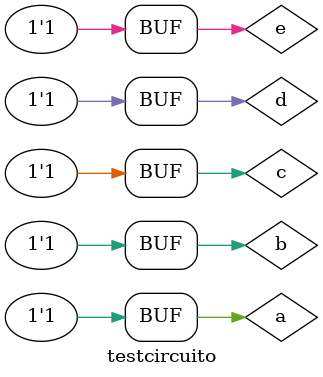
<source format=v>
module circuito (f, a, b, c, d, e);
 output f;
 input a, b, c, d, e;
 wire s0, s1, s2, s3, s4, s5, s6, s7, s8, s9, s10, s11;
 
 not NOT1 (s0, a);
 not NOT2 (s1, b);
 not NOT3 (s2, c);
 not NOT4 (s3, d);
 not NOT5 (s4, e);
 and AND1 (s5, a, s1, s2, d, s4);
 and AND2 (s6, a, b, d, e);
 and AND3 (s7, s0, s2, s3);
 and AND4 (s8, s1, s3, e);
 and AND5 (s9, s1, c, s3);
 and AND6 (s10, b, c, d);
 and AND7 (s11, c, e);
 or OR1 (f, s5, s6, s7, s8, s9, s10, s11);
 
endmodule

module testcircuito;
 reg a, b, c, d, e;
 wire f;
 
 circuito CIRC1 (f, a, b, c, d, e);
 
 initial begin
      $display("Exemplo 03 - Braulio Lima e Andrade - 380749");
      $display("Test Circuito Logico para Funcao com Quine-McCluskey");
      $display("\n a  b  c  d  e =  f");
		$monitor(" %b  %b  %b  %b  %b =  %b", a, b, c, d, e, f);
	#1 a=0; b=0; c=0; d=0; e=0;
	#1 a=0; b=0; c=0; d=0; e=1;
	#1 a=0; b=0; c=0; d=1; e=0;
	#1 a=0; b=0; c=0; d=1; e=1;
	#1 a=0; b=0; c=1; d=0; e=0;
	#1 a=0; b=0; c=1; d=0; e=1;
	#1 a=0; b=0; c=1; d=1; e=0;
	#1 a=0; b=0; c=1; d=1; e=1;
	#1 a=0; b=1; c=0; d=0; e=0;
	#1 a=0; b=1; c=0; d=0; e=1;
	#1 a=0; b=1; c=0; d=1; e=0;
	#1 a=0; b=1; c=0; d=1; e=1;
	#1 a=0; b=1; c=1; d=0; e=0;
	#1 a=0; b=1; c=1; d=0; e=1;
	#1 a=0; b=1; c=1; d=1; e=0;
	#1 a=0; b=1; c=1; d=1; e=1;
	#1 a=1; b=0; c=0; d=0; e=0;
	#1 a=1; b=0; c=0; d=0; e=1;
	#1 a=1; b=0; c=0; d=1; e=0;
	#1 a=1; b=0; c=0; d=1; e=1;
	#1 a=1; b=0; c=1; d=0; e=0;
	#1 a=1; b=0; c=1; d=0; e=1;
	#1 a=1; b=0; c=1; d=1; e=0;
	#1 a=1; b=0; c=1; d=1; e=1;
	#1 a=1; b=1; c=0; d=0; e=0;
	#1 a=1; b=1; c=0; d=0; e=1;
	#1 a=1; b=1; c=0; d=1; e=0;
	#1 a=1; b=1; c=0; d=1; e=1;
	#1 a=1; b=1; c=1; d=0; e=0;
	#1 a=1; b=1; c=1; d=0; e=1;
	#1 a=1; b=1; c=1; d=1; e=0;
	#1 a=1; b=1; c=1; d=1; e=1;
	
 end
 
endmodule
</source>
